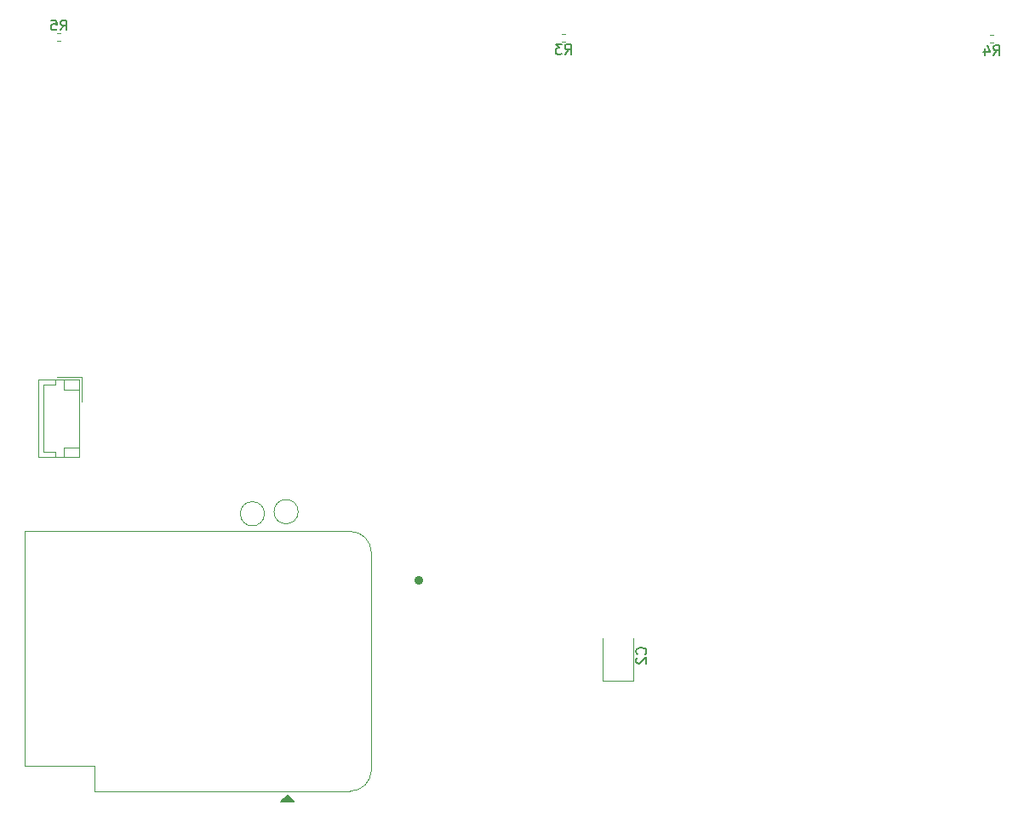
<source format=gbr>
%TF.GenerationSoftware,KiCad,Pcbnew,7.0.10-7.0.10~ubuntu22.04.1*%
%TF.CreationDate,2025-06-15T10:20:51+07:00*%
%TF.ProjectId,servermon,73657276-6572-46d6-9f6e-2e6b69636164,rev?*%
%TF.SameCoordinates,Original*%
%TF.FileFunction,Legend,Bot*%
%TF.FilePolarity,Positive*%
%FSLAX46Y46*%
G04 Gerber Fmt 4.6, Leading zero omitted, Abs format (unit mm)*
G04 Created by KiCad (PCBNEW 7.0.10-7.0.10~ubuntu22.04.1) date 2025-06-15 10:20:51*
%MOMM*%
%LPD*%
G01*
G04 APERTURE LIST*
%ADD10C,0.150000*%
%ADD11C,0.120000*%
%ADD12C,0.500000*%
G04 APERTURE END LIST*
D10*
X141495180Y-135926533D02*
X141542800Y-135878914D01*
X141542800Y-135878914D02*
X141590419Y-135736057D01*
X141590419Y-135736057D02*
X141590419Y-135640819D01*
X141590419Y-135640819D02*
X141542800Y-135497962D01*
X141542800Y-135497962D02*
X141447561Y-135402724D01*
X141447561Y-135402724D02*
X141352323Y-135355105D01*
X141352323Y-135355105D02*
X141161847Y-135307486D01*
X141161847Y-135307486D02*
X141018990Y-135307486D01*
X141018990Y-135307486D02*
X140828514Y-135355105D01*
X140828514Y-135355105D02*
X140733276Y-135402724D01*
X140733276Y-135402724D02*
X140638038Y-135497962D01*
X140638038Y-135497962D02*
X140590419Y-135640819D01*
X140590419Y-135640819D02*
X140590419Y-135736057D01*
X140590419Y-135736057D02*
X140638038Y-135878914D01*
X140638038Y-135878914D02*
X140685657Y-135926533D01*
X140685657Y-136307486D02*
X140638038Y-136355105D01*
X140638038Y-136355105D02*
X140590419Y-136450343D01*
X140590419Y-136450343D02*
X140590419Y-136688438D01*
X140590419Y-136688438D02*
X140638038Y-136783676D01*
X140638038Y-136783676D02*
X140685657Y-136831295D01*
X140685657Y-136831295D02*
X140780895Y-136878914D01*
X140780895Y-136878914D02*
X140876133Y-136878914D01*
X140876133Y-136878914D02*
X141018990Y-136831295D01*
X141018990Y-136831295D02*
X141590419Y-136259867D01*
X141590419Y-136259867D02*
X141590419Y-136878914D01*
X133516666Y-76250019D02*
X133849999Y-75773828D01*
X134088094Y-76250019D02*
X134088094Y-75250019D01*
X134088094Y-75250019D02*
X133707142Y-75250019D01*
X133707142Y-75250019D02*
X133611904Y-75297638D01*
X133611904Y-75297638D02*
X133564285Y-75345257D01*
X133564285Y-75345257D02*
X133516666Y-75440495D01*
X133516666Y-75440495D02*
X133516666Y-75583352D01*
X133516666Y-75583352D02*
X133564285Y-75678590D01*
X133564285Y-75678590D02*
X133611904Y-75726209D01*
X133611904Y-75726209D02*
X133707142Y-75773828D01*
X133707142Y-75773828D02*
X134088094Y-75773828D01*
X133183332Y-75250019D02*
X132564285Y-75250019D01*
X132564285Y-75250019D02*
X132897618Y-75630971D01*
X132897618Y-75630971D02*
X132754761Y-75630971D01*
X132754761Y-75630971D02*
X132659523Y-75678590D01*
X132659523Y-75678590D02*
X132611904Y-75726209D01*
X132611904Y-75726209D02*
X132564285Y-75821447D01*
X132564285Y-75821447D02*
X132564285Y-76059542D01*
X132564285Y-76059542D02*
X132611904Y-76154780D01*
X132611904Y-76154780D02*
X132659523Y-76202400D01*
X132659523Y-76202400D02*
X132754761Y-76250019D01*
X132754761Y-76250019D02*
X133040475Y-76250019D01*
X133040475Y-76250019D02*
X133135713Y-76202400D01*
X133135713Y-76202400D02*
X133183332Y-76154780D01*
X83326266Y-73859219D02*
X83659599Y-73383028D01*
X83897694Y-73859219D02*
X83897694Y-72859219D01*
X83897694Y-72859219D02*
X83516742Y-72859219D01*
X83516742Y-72859219D02*
X83421504Y-72906838D01*
X83421504Y-72906838D02*
X83373885Y-72954457D01*
X83373885Y-72954457D02*
X83326266Y-73049695D01*
X83326266Y-73049695D02*
X83326266Y-73192552D01*
X83326266Y-73192552D02*
X83373885Y-73287790D01*
X83373885Y-73287790D02*
X83421504Y-73335409D01*
X83421504Y-73335409D02*
X83516742Y-73383028D01*
X83516742Y-73383028D02*
X83897694Y-73383028D01*
X82421504Y-72859219D02*
X82897694Y-72859219D01*
X82897694Y-72859219D02*
X82945313Y-73335409D01*
X82945313Y-73335409D02*
X82897694Y-73287790D01*
X82897694Y-73287790D02*
X82802456Y-73240171D01*
X82802456Y-73240171D02*
X82564361Y-73240171D01*
X82564361Y-73240171D02*
X82469123Y-73287790D01*
X82469123Y-73287790D02*
X82421504Y-73335409D01*
X82421504Y-73335409D02*
X82373885Y-73430647D01*
X82373885Y-73430647D02*
X82373885Y-73668742D01*
X82373885Y-73668742D02*
X82421504Y-73763980D01*
X82421504Y-73763980D02*
X82469123Y-73811600D01*
X82469123Y-73811600D02*
X82564361Y-73859219D01*
X82564361Y-73859219D02*
X82802456Y-73859219D01*
X82802456Y-73859219D02*
X82897694Y-73811600D01*
X82897694Y-73811600D02*
X82945313Y-73763980D01*
X176137866Y-76351619D02*
X176471199Y-75875428D01*
X176709294Y-76351619D02*
X176709294Y-75351619D01*
X176709294Y-75351619D02*
X176328342Y-75351619D01*
X176328342Y-75351619D02*
X176233104Y-75399238D01*
X176233104Y-75399238D02*
X176185485Y-75446857D01*
X176185485Y-75446857D02*
X176137866Y-75542095D01*
X176137866Y-75542095D02*
X176137866Y-75684952D01*
X176137866Y-75684952D02*
X176185485Y-75780190D01*
X176185485Y-75780190D02*
X176233104Y-75827809D01*
X176233104Y-75827809D02*
X176328342Y-75875428D01*
X176328342Y-75875428D02*
X176709294Y-75875428D01*
X175280723Y-75684952D02*
X175280723Y-76351619D01*
X175518818Y-75304000D02*
X175756913Y-76018285D01*
X175756913Y-76018285D02*
X175137866Y-76018285D01*
D11*
%TO.C,U2*%
X86698000Y-149582000D02*
X112128000Y-149582000D01*
X86698000Y-149582000D02*
X86698000Y-147042000D01*
X79798000Y-147042000D02*
X79798000Y-123722000D01*
X86698000Y-147042000D02*
X79798000Y-147042000D01*
X114258000Y-125842000D02*
X114258000Y-147452000D01*
X79798000Y-123722000D02*
X112128000Y-123722000D01*
X112128000Y-149582000D02*
G75*
G03*
X114258000Y-147452000I-2J2130002D01*
G01*
X114258000Y-125852000D02*
G75*
G03*
X112128000Y-123722000I-2130000J0D01*
G01*
D10*
X106553000Y-150622000D02*
X105283000Y-150622000D01*
X105918000Y-149987000D01*
X106553000Y-150622000D01*
G36*
X106553000Y-150622000D02*
G01*
X105283000Y-150622000D01*
X105918000Y-149987000D01*
X106553000Y-150622000D01*
G37*
D11*
%TO.C,C2*%
X137275600Y-138553200D02*
X137275600Y-134343200D01*
X140295600Y-138553200D02*
X137275600Y-138553200D01*
X140295600Y-134343200D02*
X140295600Y-138553200D01*
%TO.C,R3*%
X133196359Y-74245200D02*
X133503641Y-74245200D01*
X133196359Y-75005200D02*
X133503641Y-75005200D01*
%TO.C,R5*%
X83313241Y-74954400D02*
X83005959Y-74954400D01*
X83313241Y-74194400D02*
X83005959Y-74194400D01*
D12*
%TO.C,U1*%
X119173600Y-128606800D02*
G75*
G03*
X118773600Y-128606800I-200000J0D01*
G01*
X118773600Y-128606800D02*
G75*
G03*
X119173600Y-128606800I200000J0D01*
G01*
D11*
%TO.C,R4*%
X175817559Y-74346800D02*
X176124841Y-74346800D01*
X175817559Y-75106800D02*
X176124841Y-75106800D01*
%TO.C,TP2*%
X103612800Y-121970800D02*
G75*
G03*
X101212800Y-121970800I-1200000J0D01*
G01*
X101212800Y-121970800D02*
G75*
G03*
X103612800Y-121970800I1200000J0D01*
G01*
%TO.C,J1*%
X85464800Y-108331200D02*
X85464800Y-110831200D01*
X82964800Y-108331200D02*
X85464800Y-108331200D01*
X85164800Y-108631200D02*
X85164800Y-116351200D01*
X83664800Y-108631200D02*
X83664800Y-109631200D01*
X82854800Y-108631200D02*
X82854800Y-109131200D01*
X81144800Y-108631200D02*
X85164800Y-108631200D01*
X82854800Y-109131200D02*
X81644800Y-109131200D01*
X81644800Y-109131200D02*
X81644800Y-115851200D01*
X83664800Y-109631200D02*
X85164800Y-109631200D01*
X83664800Y-115351200D02*
X85164800Y-115351200D01*
X82854800Y-115851200D02*
X82854800Y-116351200D01*
X81644800Y-115851200D02*
X82854800Y-115851200D01*
X85164800Y-116351200D02*
X81144800Y-116351200D01*
X83664800Y-116351200D02*
X83664800Y-115351200D01*
X81144800Y-116351200D02*
X81144800Y-108631200D01*
%TO.C,TP3*%
X106965600Y-121767600D02*
G75*
G03*
X104565600Y-121767600I-1200000J0D01*
G01*
X104565600Y-121767600D02*
G75*
G03*
X106965600Y-121767600I1200000J0D01*
G01*
%TD*%
M02*

</source>
